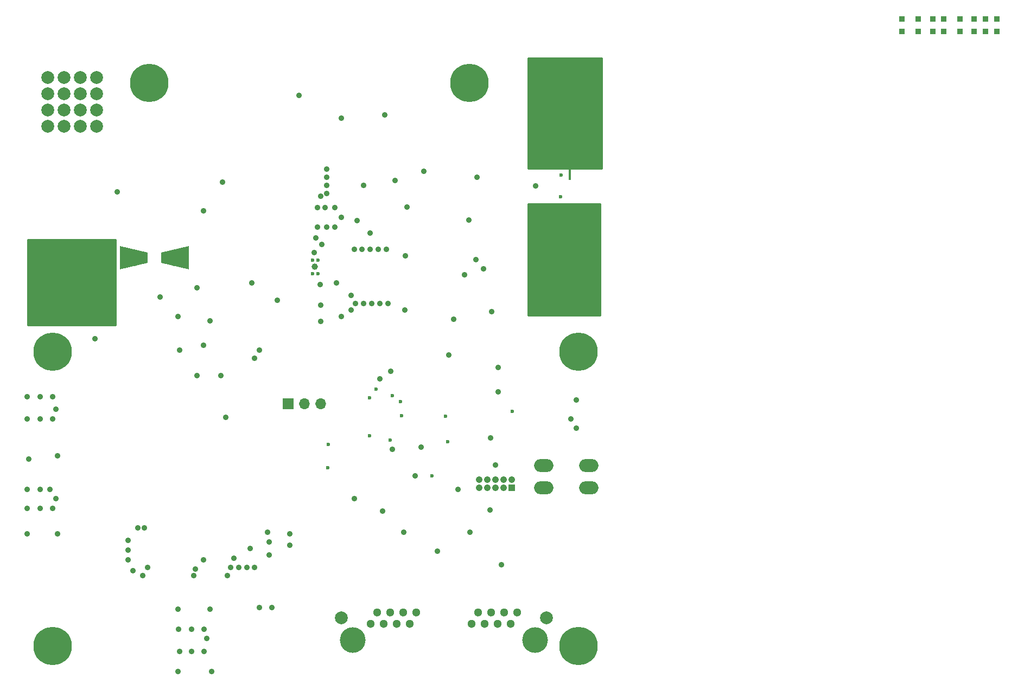
<source format=gts>
G04 #@! TF.GenerationSoftware,KiCad,Pcbnew,5.1.4+dfsg1-1*
G04 #@! TF.CreationDate,2020-06-13T00:29:32+02:00*
G04 #@! TF.ProjectId,CAN_Battery_Switch_v2,43414e5f-4261-4747-9465-72795f537769,rev?*
G04 #@! TF.SameCoordinates,PX3dfd240PY1406f40*
G04 #@! TF.FileFunction,Soldermask,Top*
G04 #@! TF.FilePolarity,Negative*
%FSLAX46Y46*%
G04 Gerber Fmt 4.6, Leading zero omitted, Abs format (unit mm)*
G04 Created by KiCad (PCBNEW 5.1.4+dfsg1-1) date 2020-06-13 00:29:32*
%MOMM*%
%LPD*%
G04 APERTURE LIST*
%ADD10C,1.300000*%
%ADD11C,4.000000*%
%ADD12C,2.000000*%
%ADD13C,6.000000*%
%ADD14O,3.014980X2.000000*%
%ADD15R,0.400000X1.500000*%
%ADD16C,0.900000*%
%ADD17R,1.050000X1.050000*%
%ADD18C,1.050000*%
%ADD19R,8.750000X6.000000*%
%ADD20R,9.000000X6.000000*%
%ADD21R,0.900000X0.900000*%
%ADD22C,2.532420*%
%ADD23C,0.150000*%
%ADD24R,1.700000X1.700000*%
%ADD25O,1.700000X1.700000*%
%ADD26C,0.600000*%
%ADD27C,0.889000*%
%ADD28C,1.000000*%
%ADD29C,0.254000*%
G04 APERTURE END LIST*
D10*
X70319000Y-89496000D03*
X76409000Y-89496000D03*
X72349000Y-89496000D03*
X74379000Y-89496000D03*
X71339000Y-87716000D03*
X73369000Y-87716000D03*
X75399000Y-87716000D03*
X77429000Y-87716000D03*
D11*
X51769000Y-92036000D03*
D12*
X81994000Y-88606000D03*
D10*
X61679000Y-87716000D03*
X59649000Y-87716000D03*
X57619000Y-87716000D03*
X55589000Y-87716000D03*
X58629000Y-89496000D03*
X56599000Y-89496000D03*
X60659000Y-89496000D03*
X54569000Y-89496000D03*
D11*
X80219000Y-92036000D03*
D12*
X49994000Y-88606000D03*
D13*
X5000000Y-93000000D03*
X20000000Y-5000000D03*
X70000000Y-5000000D03*
X87000000Y-93000000D03*
D12*
X9270000Y-4190000D03*
X6730000Y-4190000D03*
X4190000Y-4190000D03*
X4190000Y-6730000D03*
X4190000Y-9270000D03*
X9270000Y-11810000D03*
X6730000Y-11810000D03*
X4190000Y-11810000D03*
X11810000Y-11810000D03*
X11810000Y-4190000D03*
X11810000Y-6730000D03*
X9270000Y-6730000D03*
X6730000Y-6730000D03*
X11810000Y-9270000D03*
X9270000Y-9270000D03*
X6730000Y-9270000D03*
X85770000Y-2440000D03*
X83230000Y-2440000D03*
X80690000Y-2440000D03*
X80690000Y-4980000D03*
X80690000Y-7520000D03*
X85770000Y-10060000D03*
X83230000Y-10060000D03*
X80690000Y-10060000D03*
X88310000Y-10060000D03*
X88310000Y-2440000D03*
X88310000Y-4980000D03*
X85770000Y-4980000D03*
X83230000Y-4980000D03*
X88310000Y-7520000D03*
X85770000Y-7520000D03*
X83230000Y-7520000D03*
X6230000Y-40310000D03*
X8770000Y-40310000D03*
X11310000Y-40310000D03*
X11310000Y-37770000D03*
X11310000Y-35230000D03*
X6230000Y-32690000D03*
X8770000Y-32690000D03*
X11310000Y-32690000D03*
X3690000Y-32690000D03*
X3690000Y-40310000D03*
X3690000Y-37770000D03*
X6230000Y-37770000D03*
X8770000Y-37770000D03*
X3690000Y-35230000D03*
X6230000Y-35230000D03*
X8770000Y-35230000D03*
X82730000Y-40310000D03*
X85270000Y-40310000D03*
X87810000Y-40310000D03*
X87810000Y-37770000D03*
X87810000Y-35230000D03*
X82730000Y-32690000D03*
X85270000Y-32690000D03*
X87810000Y-32690000D03*
X80190000Y-32690000D03*
X80190000Y-40310000D03*
X80190000Y-37770000D03*
X82730000Y-37770000D03*
X85270000Y-37770000D03*
X80190000Y-35230000D03*
X82730000Y-35230000D03*
X85270000Y-35230000D03*
D14*
X88594000Y-68286000D03*
X88594000Y-64786000D03*
X81594000Y-64786000D03*
X81594000Y-68286000D03*
D15*
X85622000Y-19405000D03*
X85622000Y-18605000D03*
D16*
X86644000Y-54511000D03*
X86644000Y-58911000D03*
D17*
X76594000Y-68261000D03*
D18*
X75324000Y-68261000D03*
X74054000Y-68261000D03*
X72784000Y-68261000D03*
X71514000Y-68261000D03*
X75324000Y-66991000D03*
X74054000Y-66991000D03*
X72784000Y-66991000D03*
X71514000Y-66991000D03*
X76594000Y-66991000D03*
D19*
X84301200Y-26913200D03*
D20*
X84301200Y-15313200D03*
D21*
X142264000Y3032000D03*
X142264000Y4932000D03*
X148750000Y3050000D03*
X148750000Y4950000D03*
X152250000Y3050000D03*
X152250000Y4950000D03*
X150500000Y3050000D03*
X150500000Y4950000D03*
X144000000Y3050000D03*
X144000000Y4950000D03*
X137438000Y3032000D03*
X137438000Y4932000D03*
X146500000Y3050000D03*
X146500000Y4950000D03*
X139978000Y3032000D03*
X139978000Y4932000D03*
D22*
X17652000Y-32340000D03*
D23*
G36*
X15502000Y-34140000D02*
G01*
X15502000Y-30540000D01*
X19802000Y-31540000D01*
X19802000Y-33140000D01*
X15502000Y-34140000D01*
X15502000Y-34140000D01*
G37*
D22*
X24052000Y-32340000D03*
D23*
G36*
X26202000Y-30540000D02*
G01*
X26202000Y-34140000D01*
X21902000Y-33140000D01*
X21902000Y-31540000D01*
X26202000Y-30540000D01*
X26202000Y-30540000D01*
G37*
D24*
X41750000Y-55150000D03*
D25*
X44290000Y-55150000D03*
X46830000Y-55150000D03*
D13*
X87000000Y-47000000D03*
X5000000Y-47000000D03*
D26*
X84288500Y-19449500D03*
D27*
X66750000Y-47500000D03*
D26*
X57594000Y-60836000D03*
X55394000Y-52836000D03*
D27*
X56400000Y-71900000D03*
X24500000Y-97000000D03*
X29750000Y-97000000D03*
X29500000Y-87250000D03*
X24500000Y-87250000D03*
X5750000Y-63250000D03*
X1250000Y-63750000D03*
X5750000Y-75500000D03*
X1000000Y-75500000D03*
X42000000Y-75500000D03*
X42000000Y-77250000D03*
X38500000Y-75250000D03*
X38750000Y-76750000D03*
X38750000Y-78750000D03*
X36500000Y-80750000D03*
X35250000Y-80750000D03*
X34000000Y-80750000D03*
X32750000Y-80750000D03*
X32250000Y-82000000D03*
X27000000Y-82000000D03*
X27250000Y-81000000D03*
X28500000Y-79500000D03*
X33250000Y-79250000D03*
X35750000Y-77750000D03*
X49250000Y-36250000D03*
X46750000Y-39750000D03*
X50000000Y-41500000D03*
X46750000Y-42250000D03*
X51500000Y-38250000D03*
X51500000Y-40500000D03*
X52250000Y-39500000D03*
X53500000Y-39500000D03*
X54750000Y-39500000D03*
X56000000Y-39500000D03*
X57250000Y-39500000D03*
X52500000Y-26500000D03*
X54500000Y-28500000D03*
X52000000Y-31000000D03*
X53250000Y-31000000D03*
X54500000Y-31000000D03*
X55750000Y-31000000D03*
X57000000Y-31000000D03*
X45750000Y-31500000D03*
X47000000Y-30250000D03*
X46000000Y-29250000D03*
X46250000Y-27500000D03*
X47750000Y-27500000D03*
X49000000Y-27500000D03*
X50000000Y-26000000D03*
X49000000Y-24500000D03*
X47500000Y-24500000D03*
X46250000Y-24500000D03*
X46750000Y-22750000D03*
X47750000Y-22250000D03*
X47750000Y-21000000D03*
X47750000Y-19750000D03*
X47750000Y-18500000D03*
X31500000Y-20500000D03*
X28500000Y-25000000D03*
X15000000Y-22000000D03*
X50000000Y-10500000D03*
X43400000Y-7000000D03*
X75000000Y-80250000D03*
X40000000Y-39000000D03*
X36000000Y-36250000D03*
X21750000Y-38450000D03*
X24750000Y-46750000D03*
X58000000Y-62250000D03*
X56000000Y-51250000D03*
X59950000Y-40500000D03*
X67550000Y-41900000D03*
X18250000Y-74500000D03*
D26*
X84225000Y-22815000D03*
D27*
X59750000Y-75250000D03*
X68250000Y-68500000D03*
X52000000Y-70000000D03*
X32000000Y-57250000D03*
X37250000Y-46750000D03*
X36500000Y-48000000D03*
X27500000Y-50750000D03*
X31250000Y-50750000D03*
X28500000Y-46000000D03*
X29529000Y-42160000D03*
X27500000Y-37000000D03*
X24500000Y-41488000D03*
X11600000Y-45000000D03*
X28600000Y-93800000D03*
X26600000Y-93800000D03*
X24800000Y-93800000D03*
X24600000Y-90400000D03*
X26600000Y-90400000D03*
X28600000Y-90400000D03*
X29000000Y-91800000D03*
X37200000Y-87000000D03*
X39200000Y-87000000D03*
X16750000Y-76500000D03*
X5500000Y-70000000D03*
X5000000Y-71500000D03*
X3000000Y-71500000D03*
X1000000Y-71500000D03*
X1000000Y-68500000D03*
X3000000Y-68500000D03*
X4500000Y-68500000D03*
X5500000Y-56000000D03*
X5000000Y-57500000D03*
X3000000Y-57500000D03*
X1000000Y-57500000D03*
X1000000Y-54000000D03*
X3000000Y-54000000D03*
X5000000Y-54000000D03*
X85794000Y-57536000D03*
X74494000Y-49436000D03*
X73294000Y-60436000D03*
X74094000Y-64736000D03*
X73194000Y-71736000D03*
D26*
X45550500Y-34801750D03*
X46375500Y-34801750D03*
X46375500Y-32664250D03*
X45550500Y-32664250D03*
D27*
X46663000Y-36533000D03*
D28*
X45863000Y-33733000D03*
D27*
X70094000Y-75236000D03*
X62494000Y-61936000D03*
X57694000Y-50036000D03*
X74494000Y-53286000D03*
X19000000Y-82000000D03*
X17500000Y-81250000D03*
X19750000Y-80750000D03*
X16750000Y-79500000D03*
X16750000Y-78000000D03*
X19250000Y-74500000D03*
X61494000Y-66411000D03*
X64974000Y-78166000D03*
D26*
X64174000Y-66416000D03*
X54414000Y-60106000D03*
X59194000Y-54836000D03*
X54394000Y-54236000D03*
X57994000Y-53836000D03*
X59394000Y-57036000D03*
X76669000Y-56336000D03*
D27*
X62900000Y-18800000D03*
X56750000Y-10000000D03*
X53500000Y-21000000D03*
X60000000Y-32000000D03*
X73500000Y-40750000D03*
X71150000Y-19750000D03*
X80288000Y-21113200D03*
X72150000Y-34100000D03*
X69200000Y-35000000D03*
X69900000Y-26450000D03*
X71000000Y-32600000D03*
X60250000Y-24400000D03*
X58400000Y-20250000D03*
D26*
X66594000Y-61061000D03*
X66294000Y-57086000D03*
X47975000Y-61475000D03*
X47925000Y-65100000D03*
D29*
G36*
X14773000Y-42873000D02*
G01*
X1027000Y-42873000D01*
X1027000Y-29527000D01*
X14773000Y-29527000D01*
X14773000Y-42873000D01*
X14773000Y-42873000D01*
G37*
X14773000Y-42873000D02*
X1027000Y-42873000D01*
X1027000Y-29527000D01*
X14773000Y-29527000D01*
X14773000Y-42873000D01*
G36*
X90623000Y-18373000D02*
G01*
X79127000Y-18373000D01*
X79127000Y-1127000D01*
X90623000Y-1127000D01*
X90623000Y-18373000D01*
X90623000Y-18373000D01*
G37*
X90623000Y-18373000D02*
X79127000Y-18373000D01*
X79127000Y-1127000D01*
X90623000Y-1127000D01*
X90623000Y-18373000D01*
G36*
X90373000Y-41373000D02*
G01*
X79127000Y-41373000D01*
X79127000Y-23877000D01*
X90373000Y-23877000D01*
X90373000Y-41373000D01*
X90373000Y-41373000D01*
G37*
X90373000Y-41373000D02*
X79127000Y-41373000D01*
X79127000Y-23877000D01*
X90373000Y-23877000D01*
X90373000Y-41373000D01*
M02*

</source>
